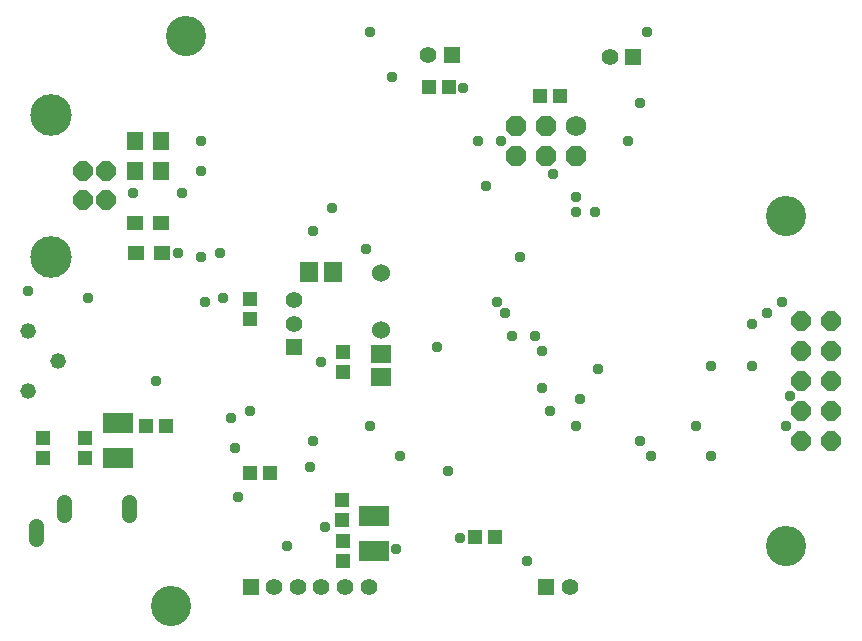
<source format=gbr>
G04 EAGLE Gerber X2 export*
G75*
%MOMM*%
%FSLAX34Y34*%
%LPD*%
%AMOC8*
5,1,8,0,0,1.08239X$1,22.5*%
G01*
%ADD10C,3.403200*%
%ADD11P,1.798066X8X292.500000*%
%ADD12C,3.519200*%
%ADD13C,1.311200*%
%ADD14C,1.320800*%
%ADD15R,1.303200X1.203200*%
%ADD16R,2.603200X1.803200*%
%ADD17R,1.203200X1.303200*%
%ADD18R,1.403200X1.603200*%
%ADD19R,1.403200X1.203200*%
%ADD20C,1.727200*%
%ADD21P,1.869504X8X202.500000*%
%ADD22C,1.524000*%
%ADD23R,1.503200X1.803200*%
%ADD24R,1.803200X1.503200*%
%ADD25R,1.411200X1.411200*%
%ADD26C,1.411200*%
%ADD27P,1.759533X8X292.500000*%
%ADD28C,0.959600*%


D10*
X152400Y508000D03*
X139700Y25400D03*
X660400Y355600D03*
X660400Y76200D03*
D11*
X85200Y368500D03*
X85200Y393500D03*
X65200Y393500D03*
X65200Y368500D03*
D12*
X38100Y441200D03*
X38100Y320800D03*
D13*
X25400Y93060D02*
X25400Y81980D01*
X49400Y101980D02*
X49400Y113060D01*
X104400Y113060D02*
X104400Y101980D01*
D14*
X19050Y257810D03*
X44450Y232410D03*
X19050Y207010D03*
D15*
X31750Y150250D03*
X31750Y167250D03*
X66675Y150250D03*
X66675Y167250D03*
D16*
X95250Y150100D03*
X95250Y180100D03*
D17*
X135500Y177800D03*
X118500Y177800D03*
D15*
X206375Y284725D03*
X206375Y267725D03*
D18*
X109650Y393700D03*
X131650Y393700D03*
X109650Y419100D03*
X131650Y419100D03*
D19*
X109650Y349250D03*
X131650Y349250D03*
D17*
X468875Y457200D03*
X451875Y457200D03*
D20*
X482600Y431800D03*
D21*
X457200Y431800D03*
X431800Y431800D03*
X482600Y406400D03*
X457200Y406400D03*
X431800Y406400D03*
D22*
X317500Y258445D03*
X317500Y306705D03*
D23*
X256700Y307975D03*
X276700Y307975D03*
D24*
X317500Y218600D03*
X317500Y238600D03*
D17*
X414075Y83525D03*
X397075Y83525D03*
D25*
X457550Y41275D03*
D26*
X477550Y41275D03*
D16*
X312125Y71550D03*
X312125Y101550D03*
D17*
X223575Y137500D03*
X206575Y137500D03*
D25*
X243600Y244225D03*
D26*
X243600Y264225D03*
X243600Y284225D03*
D15*
X285525Y223150D03*
X285525Y240150D03*
D25*
X531250Y489600D03*
D26*
X511250Y489600D03*
D15*
X285525Y63150D03*
X285525Y80150D03*
X284700Y98075D03*
X284700Y115075D03*
D25*
X377625Y491575D03*
D26*
X357625Y491575D03*
D17*
X375025Y464100D03*
X358025Y464100D03*
D19*
X110325Y324250D03*
X132325Y324250D03*
D27*
X673100Y266700D03*
X698500Y266700D03*
X673100Y241300D03*
X698500Y241300D03*
X673100Y215900D03*
X698500Y215900D03*
X673100Y190500D03*
X698500Y190500D03*
X673100Y165100D03*
X698500Y165100D03*
D25*
X207175Y41275D03*
D26*
X227175Y41275D03*
X247175Y41275D03*
X267175Y41275D03*
X287175Y41275D03*
X307175Y41275D03*
D28*
X19050Y292100D03*
X180975Y323850D03*
X146050Y323850D03*
X327025Y473075D03*
X536575Y450850D03*
X536575Y165100D03*
X304800Y327025D03*
X69850Y285750D03*
X165100Y320675D03*
X193675Y158750D03*
X257175Y142875D03*
X307975Y511175D03*
X527050Y419100D03*
X501650Y225425D03*
X596900Y228600D03*
X542925Y511175D03*
X374650Y139700D03*
X596900Y152400D03*
X127000Y215900D03*
X190500Y184150D03*
X463550Y390525D03*
X149225Y374650D03*
X107950Y374650D03*
X482600Y371475D03*
X165100Y419100D03*
X482600Y358775D03*
X165100Y393700D03*
X184150Y285750D03*
X406400Y381000D03*
X419100Y419100D03*
X276225Y361950D03*
X434975Y320675D03*
X260350Y342900D03*
X365125Y244475D03*
X384175Y82550D03*
X441325Y63500D03*
X330200Y73025D03*
X307975Y177800D03*
X206375Y190500D03*
X238125Y76200D03*
X333375Y152400D03*
X546100Y152400D03*
X196850Y117475D03*
X260350Y165100D03*
X485775Y200025D03*
X400050Y419100D03*
X269875Y92075D03*
X482600Y177800D03*
X584200Y177800D03*
X387350Y463550D03*
X460375Y190500D03*
X454025Y209550D03*
X454025Y241300D03*
X168275Y282575D03*
X422275Y273050D03*
X644525Y273050D03*
X660400Y177800D03*
X266700Y231775D03*
X415925Y282575D03*
X657225Y282575D03*
X663575Y203200D03*
X428625Y254000D03*
X631825Y263525D03*
X631825Y228600D03*
X447675Y254000D03*
X498475Y358775D03*
M02*

</source>
